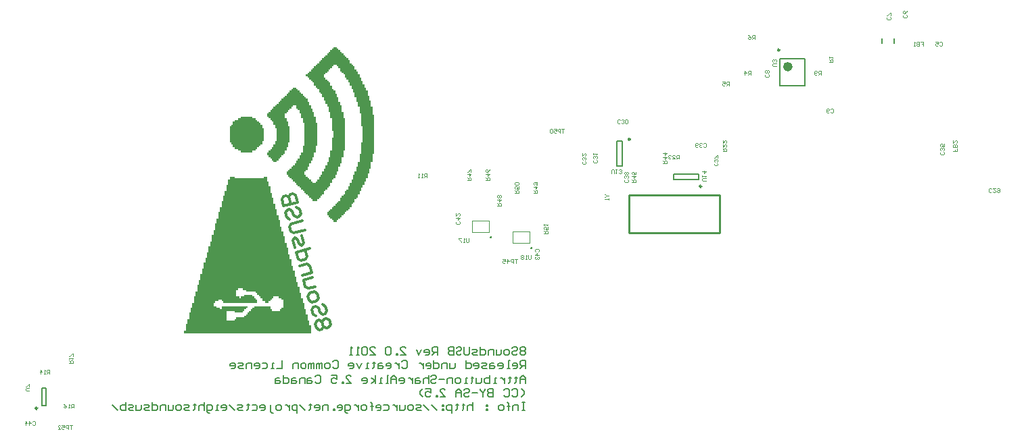
<source format=gbo>
%FSLAX24Y24*%
%MOIN*%
G70*
G01*
G75*
G04 Layer_Color=32896*
%ADD10R,0.0433X0.0394*%
%ADD11R,0.0591X0.1102*%
%ADD12R,0.0394X0.0433*%
%ADD13R,0.0709X0.0256*%
%ADD14R,0.0256X0.0709*%
%ADD15R,0.0256X0.1024*%
%ADD16R,0.1024X0.0256*%
%ADD17R,0.0276X0.0354*%
%ADD18C,0.0394*%
%ADD19R,0.0709X0.0630*%
%ADD20R,0.0354X0.0276*%
%ADD21O,0.0571X0.0098*%
%ADD22R,0.0236X0.0748*%
%ADD23R,0.1220X0.0748*%
%ADD24R,0.0276X0.0394*%
%ADD25R,0.0256X0.0157*%
%ADD26R,0.0591X0.0512*%
%ADD27R,0.0394X0.0276*%
%ADD28R,0.0276X0.0709*%
%ADD29O,0.0748X0.0236*%
%ADD30R,0.0276X0.0177*%
%ADD31R,0.0650X0.0965*%
%ADD32R,0.0177X0.0207*%
%ADD33O,0.0335X0.0118*%
%ADD34O,0.0118X0.0335*%
%ADD35R,0.0984X0.0984*%
%ADD36O,0.0098X0.0256*%
%ADD37O,0.0256X0.0098*%
%ADD38R,0.0276X0.0118*%
%ADD39R,0.0681X0.0728*%
%ADD40O,0.0402X0.0161*%
%ADD41R,0.1102X0.1102*%
%ADD42R,0.0118X0.0118*%
%ADD43R,0.0118X0.0118*%
%ADD44R,0.0866X0.1102*%
%ADD45R,0.1102X0.1102*%
%ADD46R,0.0433X0.0472*%
%ADD47C,0.0080*%
%ADD48C,0.0120*%
%ADD49C,0.0200*%
%ADD50C,0.0250*%
%ADD51C,0.0350*%
%ADD52C,0.0060*%
%ADD53C,0.0500*%
%ADD54C,0.0100*%
%ADD55C,0.0300*%
%ADD56C,0.0705*%
%ADD57C,0.0500*%
%ADD58C,0.1969*%
%ADD59C,0.1299*%
%ADD60C,0.1496*%
%ADD61R,0.0630X0.0630*%
%ADD62C,0.0630*%
%ADD63C,0.0945*%
%ADD64C,0.0200*%
%ADD65C,0.0240*%
%ADD66C,0.0400*%
%ADD67C,0.0260*%
%ADD68C,0.0160*%
%ADD69C,0.0400*%
%ADD70C,0.0750*%
%ADD71C,0.1680*%
%ADD72C,0.0770*%
%ADD73C,0.1581*%
%ADD74C,0.1109*%
%ADD75C,0.1306*%
%ADD76C,0.0762*%
%ADD77C,0.0951*%
%ADD78C,0.1069*%
%ADD79C,0.0520*%
%ADD80C,0.0600*%
%ADD81C,0.0680*%
%ADD82C,0.1778*%
%ADD83C,0.0530*%
%ADD84R,0.2205X0.0827*%
%ADD85R,0.0118X0.0276*%
%ADD86O,0.0138X0.0551*%
%ADD87C,0.0157*%
%ADD88C,0.0098*%
%ADD89C,0.0039*%
%ADD90C,0.0079*%
%ADD91C,0.0020*%
%ADD92C,0.0063*%
%ADD93C,0.0032*%
%ADD94C,0.0059*%
%ADD95R,0.0513X0.0474*%
%ADD96R,0.0671X0.1182*%
%ADD97R,0.0474X0.0513*%
%ADD98R,0.0789X0.0336*%
%ADD99R,0.0336X0.0789*%
%ADD100R,0.0336X0.1104*%
%ADD101R,0.1104X0.0336*%
%ADD102R,0.0356X0.0434*%
%ADD103C,0.0474*%
%ADD104R,0.0789X0.0710*%
%ADD105R,0.0434X0.0356*%
%ADD106O,0.0651X0.0178*%
%ADD107R,0.0316X0.0828*%
%ADD108R,0.1300X0.0828*%
%ADD109R,0.0356X0.0474*%
%ADD110R,0.0336X0.0237*%
%ADD111R,0.0671X0.0592*%
%ADD112R,0.0474X0.0356*%
%ADD113R,0.0356X0.0789*%
%ADD114O,0.0828X0.0316*%
%ADD115R,0.0356X0.0257*%
%ADD116R,0.0730X0.1045*%
%ADD117R,0.0257X0.0287*%
%ADD118O,0.0415X0.0198*%
%ADD119O,0.0198X0.0415*%
%ADD120R,0.1064X0.1064*%
%ADD121O,0.0178X0.0336*%
%ADD122O,0.0336X0.0178*%
%ADD123R,0.0356X0.0198*%
%ADD124R,0.0761X0.0808*%
%ADD125O,0.0482X0.0241*%
%ADD126R,0.1182X0.1182*%
%ADD127R,0.0198X0.0198*%
%ADD128R,0.0198X0.0198*%
%ADD129R,0.0946X0.1182*%
%ADD130R,0.1182X0.1182*%
%ADD131R,0.0513X0.0552*%
%ADD132C,0.0785*%
%ADD133C,0.0080*%
%ADD134C,0.0580*%
%ADD135C,0.2049*%
%ADD136C,0.1379*%
%ADD137C,0.1576*%
%ADD138R,0.0710X0.0710*%
%ADD139C,0.0710*%
%ADD140C,0.1025*%
%ADD141C,0.0320*%
%ADD142C,0.0480*%
%ADD143R,0.2285X0.0907*%
%ADD144R,0.0198X0.0356*%
%ADD145O,0.0218X0.0631*%
%ADD146C,0.0340*%
%ADD147C,0.0236*%
%ADD148C,0.0118*%
G36*
X15467Y26409D02*
X15547D01*
Y26329D01*
X15627D01*
Y26249D01*
X15707D01*
Y26169D01*
X15787D01*
Y26089D01*
X15867D01*
Y26009D01*
X15947D01*
Y25929D01*
X16027D01*
Y25849D01*
X16107D01*
Y25769D01*
Y25689D01*
X16187D01*
Y25609D01*
X16267D01*
Y25529D01*
X16347D01*
Y25449D01*
Y25369D01*
X16427D01*
Y25289D01*
X16507D01*
Y25209D01*
Y25129D01*
X16587D01*
Y25049D01*
Y24969D01*
X16667D01*
Y24889D01*
Y24809D01*
X16747D01*
Y24729D01*
Y24649D01*
X16827D01*
Y24569D01*
Y24489D01*
X16907D01*
Y24409D01*
Y24329D01*
X16987D01*
Y24249D01*
Y24169D01*
Y24089D01*
X17067D01*
Y24009D01*
Y23929D01*
Y23849D01*
X17147D01*
Y23769D01*
Y23689D01*
Y23609D01*
Y23529D01*
X17227D01*
Y23449D01*
Y23369D01*
Y23289D01*
Y23209D01*
Y23129D01*
X17307D01*
Y23049D01*
Y22969D01*
Y22889D01*
Y22809D01*
Y22729D01*
Y22649D01*
Y22569D01*
Y22489D01*
Y22409D01*
Y22329D01*
Y22249D01*
Y22169D01*
Y22089D01*
Y22009D01*
Y21929D01*
Y21849D01*
Y21769D01*
Y21689D01*
Y21609D01*
Y21529D01*
Y21449D01*
Y21369D01*
Y21289D01*
Y21209D01*
X17227D01*
Y21129D01*
Y21049D01*
Y20969D01*
Y20889D01*
Y20809D01*
X17147D01*
Y20729D01*
Y20649D01*
Y20569D01*
Y20489D01*
X17067D01*
Y20409D01*
Y20329D01*
Y20249D01*
X16987D01*
Y20169D01*
Y20089D01*
Y20009D01*
X16907D01*
Y19929D01*
Y19849D01*
X16827D01*
Y19769D01*
Y19689D01*
X16747D01*
Y19609D01*
Y19529D01*
X16667D01*
Y19449D01*
Y19369D01*
X16587D01*
Y19289D01*
Y19209D01*
X16507D01*
Y19129D01*
Y19049D01*
X16427D01*
Y18969D01*
X16347D01*
Y18889D01*
Y18809D01*
X16267D01*
Y18729D01*
X16187D01*
Y18649D01*
Y18569D01*
X16107D01*
Y18489D01*
X16027D01*
Y18409D01*
X15947D01*
Y18329D01*
X15867D01*
Y18249D01*
X15787D01*
Y18169D01*
X15707D01*
Y18089D01*
X15627D01*
Y18009D01*
X15547D01*
Y17929D01*
X15467D01*
Y17849D01*
X15307D01*
Y17929D01*
X15227D01*
Y18009D01*
X15147D01*
Y18089D01*
X15067D01*
Y18169D01*
X14987D01*
Y18249D01*
Y18329D01*
X15067D01*
Y18409D01*
X15147D01*
Y18489D01*
X15227D01*
Y18569D01*
X15307D01*
Y18649D01*
X15387D01*
Y18729D01*
X15467D01*
Y18809D01*
X15547D01*
Y18889D01*
X15627D01*
Y18969D01*
Y19049D01*
X15707D01*
Y19129D01*
X15787D01*
Y19209D01*
X15867D01*
Y19289D01*
Y19369D01*
X15947D01*
Y19449D01*
X16027D01*
Y19529D01*
Y19609D01*
X16107D01*
Y19689D01*
Y19769D01*
X16187D01*
Y19849D01*
Y19929D01*
X16267D01*
Y20009D01*
Y20089D01*
Y20169D01*
X16347D01*
Y20249D01*
Y20329D01*
X16427D01*
Y20409D01*
Y20489D01*
Y20569D01*
X16507D01*
Y20649D01*
Y20729D01*
Y20809D01*
X16587D01*
Y20889D01*
Y20969D01*
Y21049D01*
Y21129D01*
Y21209D01*
X16667D01*
Y21289D01*
Y21369D01*
Y21449D01*
Y21529D01*
Y21609D01*
Y21689D01*
Y21769D01*
X16747D01*
Y21849D01*
Y21929D01*
Y22009D01*
Y22089D01*
Y22169D01*
Y22249D01*
Y22329D01*
Y22409D01*
Y22489D01*
Y22569D01*
X16667D01*
Y22649D01*
Y22729D01*
Y22809D01*
Y22889D01*
Y22969D01*
Y23049D01*
Y23129D01*
Y23209D01*
X16587D01*
Y23289D01*
Y23369D01*
Y23449D01*
Y23529D01*
X16507D01*
Y23609D01*
Y23689D01*
Y23769D01*
X16427D01*
Y23849D01*
Y23929D01*
Y24009D01*
X16347D01*
Y24089D01*
Y24169D01*
Y24249D01*
X16267D01*
Y24329D01*
Y24409D01*
X16187D01*
Y24489D01*
Y24569D01*
X16107D01*
Y24649D01*
Y24729D01*
X16027D01*
Y24809D01*
Y24889D01*
X15947D01*
Y24969D01*
X15867D01*
Y25049D01*
Y25129D01*
X15787D01*
Y25209D01*
X15707D01*
Y25289D01*
X15627D01*
Y25369D01*
Y25449D01*
X15547D01*
Y25529D01*
X15467D01*
Y25609D01*
X15307D01*
Y25529D01*
X15227D01*
Y25449D01*
X15147D01*
Y25369D01*
X15067D01*
Y25289D01*
X14987D01*
Y25209D01*
X14907D01*
Y25129D01*
X14827D01*
Y25049D01*
Y24969D01*
X14907D01*
Y24889D01*
X14987D01*
Y24809D01*
X15067D01*
Y24729D01*
X15147D01*
Y24649D01*
Y24569D01*
X15227D01*
Y24489D01*
Y24409D01*
X15307D01*
Y24329D01*
X15387D01*
Y24249D01*
Y24169D01*
X15467D01*
Y24089D01*
Y24009D01*
X15547D01*
Y23929D01*
Y23849D01*
Y23769D01*
X15627D01*
Y23689D01*
Y23609D01*
X15707D01*
Y23529D01*
Y23449D01*
Y23369D01*
Y23289D01*
X15787D01*
Y23209D01*
Y23129D01*
Y23049D01*
Y22969D01*
X15867D01*
Y22889D01*
Y22809D01*
Y22729D01*
Y22649D01*
Y22569D01*
Y22489D01*
Y22409D01*
Y22329D01*
Y22249D01*
Y22169D01*
Y22089D01*
Y22009D01*
Y21929D01*
Y21849D01*
Y21769D01*
Y21689D01*
Y21609D01*
Y21529D01*
Y21449D01*
Y21369D01*
X15787D01*
Y21289D01*
Y21209D01*
Y21129D01*
Y21049D01*
X15707D01*
Y20969D01*
Y20889D01*
Y20809D01*
Y20729D01*
X15627D01*
Y20649D01*
Y20569D01*
X15547D01*
Y20489D01*
Y20409D01*
Y20329D01*
X15467D01*
Y20249D01*
Y20169D01*
X15387D01*
Y20089D01*
Y20009D01*
X15307D01*
Y19929D01*
X15227D01*
Y19849D01*
Y19769D01*
X15147D01*
Y19689D01*
Y19609D01*
X15067D01*
Y19529D01*
X14987D01*
Y19449D01*
X14907D01*
Y19369D01*
X14827D01*
Y19289D01*
Y19209D01*
X14747D01*
Y19129D01*
X14667D01*
Y19049D01*
X14587D01*
Y18969D01*
X14507D01*
Y18889D01*
X14267D01*
Y18969D01*
X14187D01*
Y19049D01*
X14107D01*
Y19129D01*
X14027D01*
Y19209D01*
X13947D01*
Y19289D01*
X13867D01*
Y19369D01*
X13787D01*
Y19449D01*
X13707D01*
Y19529D01*
X13627D01*
Y19609D01*
X13547D01*
Y19689D01*
X13467D01*
Y19769D01*
X13387D01*
Y19849D01*
X13307D01*
Y19929D01*
X13227D01*
Y20009D01*
X13147D01*
Y20089D01*
X13067D01*
Y20169D01*
X12987D01*
Y20249D01*
Y20329D01*
X13067D01*
Y20409D01*
X13147D01*
Y20489D01*
X13227D01*
Y20569D01*
X13307D01*
Y20649D01*
X13387D01*
Y20729D01*
X13467D01*
Y20809D01*
Y20889D01*
X13547D01*
Y20969D01*
X13627D01*
Y21049D01*
Y21129D01*
X13707D01*
Y21209D01*
Y21289D01*
X13787D01*
Y21369D01*
Y21449D01*
Y21529D01*
Y21609D01*
X13867D01*
Y21689D01*
Y21769D01*
Y21849D01*
Y21929D01*
Y22009D01*
Y22089D01*
Y22169D01*
Y22249D01*
Y22329D01*
Y22409D01*
Y22489D01*
Y22569D01*
Y22649D01*
Y22729D01*
X13787D01*
Y22809D01*
Y22889D01*
Y22969D01*
X13707D01*
Y23049D01*
Y23129D01*
Y23209D01*
X13627D01*
Y23289D01*
Y23369D01*
X13547D01*
Y23449D01*
X13467D01*
Y23529D01*
Y23609D01*
X13307D01*
Y23529D01*
X13227D01*
Y23449D01*
X13147D01*
Y23369D01*
X13067D01*
Y23289D01*
X12987D01*
Y23209D01*
X12907D01*
Y23129D01*
Y23049D01*
Y22969D01*
X12987D01*
Y22889D01*
Y22809D01*
X13067D01*
Y22729D01*
Y22649D01*
Y22569D01*
X13147D01*
Y22489D01*
Y22409D01*
Y22329D01*
Y22249D01*
Y22169D01*
Y22089D01*
Y22009D01*
Y21929D01*
Y21849D01*
Y21769D01*
X13067D01*
Y21689D01*
Y21609D01*
Y21529D01*
X12987D01*
Y21449D01*
Y21369D01*
X12907D01*
Y21289D01*
Y21209D01*
X12827D01*
Y21129D01*
X12747D01*
Y21049D01*
X12667D01*
Y20969D01*
X12587D01*
Y20889D01*
X12507D01*
Y20809D01*
X12347D01*
Y20889D01*
X12267D01*
Y20969D01*
X12187D01*
Y21049D01*
X12107D01*
Y21129D01*
X12027D01*
Y21209D01*
Y21289D01*
X12107D01*
Y21369D01*
X12187D01*
Y21449D01*
X12267D01*
Y21529D01*
X12347D01*
Y21609D01*
Y21689D01*
X12427D01*
Y21769D01*
Y21849D01*
X12507D01*
Y21929D01*
Y22009D01*
Y22089D01*
Y22169D01*
Y22249D01*
Y22329D01*
Y22409D01*
Y22489D01*
X12427D01*
Y22569D01*
Y22649D01*
X12347D01*
Y22729D01*
Y22809D01*
X12267D01*
Y22889D01*
X12187D01*
Y22969D01*
X12107D01*
Y23049D01*
X12027D01*
Y23129D01*
Y23209D01*
X12107D01*
Y23289D01*
X12187D01*
Y23369D01*
X12267D01*
Y23449D01*
X12347D01*
Y23529D01*
X12427D01*
Y23609D01*
X12507D01*
Y23689D01*
X12587D01*
Y23769D01*
X12667D01*
Y23849D01*
X12747D01*
Y23929D01*
X12827D01*
Y24009D01*
X12907D01*
Y24089D01*
X12987D01*
Y24169D01*
X13067D01*
Y24249D01*
X13147D01*
Y24329D01*
X13227D01*
Y24409D01*
X13307D01*
Y24489D01*
X13467D01*
Y24409D01*
X13547D01*
Y24329D01*
X13627D01*
Y24249D01*
X13707D01*
Y24169D01*
X13787D01*
Y24089D01*
X13867D01*
Y24009D01*
X13947D01*
Y23929D01*
X14027D01*
Y23849D01*
Y23769D01*
X14107D01*
Y23689D01*
Y23609D01*
X14187D01*
Y23529D01*
Y23449D01*
X14267D01*
Y23369D01*
Y23289D01*
X14347D01*
Y23209D01*
Y23129D01*
Y23049D01*
X14427D01*
Y22969D01*
Y22889D01*
Y22809D01*
Y22729D01*
X14507D01*
Y22649D01*
Y22569D01*
Y22489D01*
Y22409D01*
Y22329D01*
Y22249D01*
Y22169D01*
Y22089D01*
Y22009D01*
Y21929D01*
Y21849D01*
Y21769D01*
Y21689D01*
Y21609D01*
X14427D01*
Y21529D01*
Y21449D01*
Y21369D01*
Y21289D01*
X14347D01*
Y21209D01*
Y21129D01*
Y21049D01*
X14267D01*
Y20969D01*
Y20889D01*
X14187D01*
Y20809D01*
Y20729D01*
X14107D01*
Y20649D01*
Y20569D01*
X14027D01*
Y20489D01*
Y20409D01*
X13947D01*
Y20329D01*
X13867D01*
Y20249D01*
Y20169D01*
X13947D01*
Y20089D01*
X14027D01*
Y20009D01*
X14107D01*
Y19929D01*
X14187D01*
Y19849D01*
X14267D01*
Y19769D01*
X14427D01*
Y19849D01*
X14507D01*
Y19929D01*
X14587D01*
Y20009D01*
Y20089D01*
X14667D01*
Y20169D01*
X14747D01*
Y20249D01*
Y20329D01*
X14827D01*
Y20409D01*
Y20489D01*
X14907D01*
Y20569D01*
Y20649D01*
X14987D01*
Y20729D01*
Y20809D01*
X15067D01*
Y20889D01*
Y20969D01*
Y21049D01*
X15147D01*
Y21129D01*
Y21209D01*
Y21289D01*
Y21369D01*
X15227D01*
Y21449D01*
Y21529D01*
Y21609D01*
Y21689D01*
Y21769D01*
Y21849D01*
Y21929D01*
Y22009D01*
X15307D01*
Y22089D01*
Y22169D01*
Y22249D01*
Y22329D01*
X15227D01*
Y22409D01*
Y22489D01*
Y22569D01*
Y22649D01*
Y22729D01*
Y22809D01*
Y22889D01*
Y22969D01*
X15147D01*
Y23049D01*
Y23129D01*
Y23209D01*
Y23289D01*
X15067D01*
Y23369D01*
Y23449D01*
Y23529D01*
X14987D01*
Y23609D01*
Y23689D01*
X14907D01*
Y23769D01*
Y23849D01*
X14827D01*
Y23929D01*
Y24009D01*
X14747D01*
Y24089D01*
Y24169D01*
X14667D01*
Y24249D01*
X14587D01*
Y24329D01*
Y24409D01*
X14507D01*
Y24489D01*
X14427D01*
Y24569D01*
X14347D01*
Y24649D01*
Y24729D01*
X14267D01*
Y24809D01*
X14187D01*
Y24889D01*
X14107D01*
Y24969D01*
X14027D01*
Y25049D01*
X13947D01*
Y25129D01*
X14027D01*
Y25209D01*
X14107D01*
Y25289D01*
X14187D01*
Y25369D01*
X14267D01*
Y25449D01*
X14347D01*
Y25529D01*
X14427D01*
Y25609D01*
X14507D01*
Y25689D01*
X14587D01*
Y25769D01*
X14667D01*
Y25849D01*
X14747D01*
Y25929D01*
X14827D01*
Y26009D01*
X14907D01*
Y26089D01*
X14987D01*
Y26169D01*
X15067D01*
Y26249D01*
X15147D01*
Y26329D01*
X15227D01*
Y26409D01*
X15307D01*
Y26489D01*
X15467D01*
Y26409D01*
D02*
G37*
G36*
X12027Y20009D02*
Y19929D01*
Y19849D01*
X12107D01*
Y19769D01*
Y19689D01*
Y19609D01*
X12187D01*
Y19529D01*
Y19449D01*
Y19369D01*
Y19289D01*
X12267D01*
Y19209D01*
Y19129D01*
Y19049D01*
X12347D01*
Y18969D01*
Y18889D01*
Y18809D01*
Y18729D01*
X12427D01*
Y18649D01*
Y18569D01*
Y18489D01*
X12507D01*
Y18409D01*
Y18329D01*
Y18249D01*
Y18169D01*
X12587D01*
Y18089D01*
Y18009D01*
Y17929D01*
X12667D01*
Y17849D01*
Y17769D01*
Y17689D01*
Y17609D01*
X12747D01*
Y17529D01*
Y17449D01*
Y17369D01*
X12827D01*
Y17289D01*
Y17209D01*
Y17129D01*
X12907D01*
Y17049D01*
Y16969D01*
Y16889D01*
Y16809D01*
X12987D01*
Y16729D01*
Y16649D01*
Y16569D01*
X13067D01*
Y16489D01*
Y16409D01*
Y16329D01*
Y16249D01*
X13147D01*
Y16169D01*
Y16089D01*
Y16009D01*
X13227D01*
Y15929D01*
Y15849D01*
Y15769D01*
Y15689D01*
X13307D01*
Y15609D01*
Y15529D01*
Y15449D01*
X13387D01*
Y15369D01*
Y15289D01*
Y15209D01*
Y15129D01*
X13467D01*
Y15049D01*
Y14969D01*
Y14889D01*
X13547D01*
Y14809D01*
Y14729D01*
Y14649D01*
X13627D01*
Y14569D01*
Y14489D01*
Y14409D01*
Y14329D01*
X13707D01*
Y14249D01*
Y14169D01*
Y14089D01*
X13787D01*
Y14009D01*
Y13929D01*
Y13849D01*
X13867D01*
Y13769D01*
Y13689D01*
Y13609D01*
Y13529D01*
X13947D01*
Y13449D01*
Y13369D01*
Y13289D01*
X14027D01*
Y13209D01*
Y13129D01*
Y13049D01*
Y12969D01*
X14107D01*
Y12889D01*
Y12809D01*
Y12729D01*
X14187D01*
Y12649D01*
Y12569D01*
Y12489D01*
Y12409D01*
Y12329D01*
X7947D01*
Y12409D01*
Y12489D01*
X8027D01*
Y12569D01*
Y12649D01*
Y12729D01*
Y12809D01*
X8107D01*
Y12889D01*
Y12969D01*
Y13049D01*
X8187D01*
Y13129D01*
Y13209D01*
Y13289D01*
Y13369D01*
X8267D01*
Y13449D01*
Y13529D01*
Y13609D01*
X8347D01*
Y13689D01*
Y13769D01*
Y13849D01*
X8427D01*
Y13929D01*
Y14009D01*
Y14089D01*
Y14169D01*
X8507D01*
Y14249D01*
Y14329D01*
Y14409D01*
X8587D01*
Y14489D01*
Y14569D01*
Y14649D01*
Y14729D01*
X8667D01*
Y14809D01*
Y14889D01*
Y14969D01*
X8747D01*
Y15049D01*
Y15129D01*
Y15209D01*
Y15289D01*
X8827D01*
Y15369D01*
Y15449D01*
Y15529D01*
X8907D01*
Y15609D01*
Y15689D01*
Y15769D01*
Y15849D01*
X8987D01*
Y15929D01*
Y16009D01*
Y16089D01*
X9067D01*
Y16169D01*
Y16249D01*
Y16329D01*
X9147D01*
Y16409D01*
Y16489D01*
Y16569D01*
Y16649D01*
X9227D01*
Y16729D01*
Y16809D01*
Y16889D01*
X9307D01*
Y16969D01*
Y17049D01*
Y17129D01*
Y17209D01*
X9387D01*
Y17289D01*
Y17369D01*
Y17449D01*
X9467D01*
Y17529D01*
Y17609D01*
Y17689D01*
Y17769D01*
X9547D01*
Y17849D01*
Y17929D01*
Y18009D01*
X9627D01*
Y18089D01*
Y18169D01*
Y18249D01*
Y18329D01*
X9707D01*
Y18409D01*
Y18489D01*
Y18569D01*
X9787D01*
Y18649D01*
Y18729D01*
Y18809D01*
Y18889D01*
X9867D01*
Y18969D01*
Y19049D01*
Y19129D01*
X9947D01*
Y19209D01*
Y19289D01*
Y19369D01*
X10027D01*
Y19449D01*
Y19529D01*
Y19609D01*
Y19689D01*
X10107D01*
Y19769D01*
Y19849D01*
Y19929D01*
X10187D01*
Y20009D01*
Y20089D01*
X10427D01*
Y20009D01*
X11867D01*
Y20089D01*
X12027D01*
Y20009D01*
D02*
G37*
G36*
X11307Y22969D02*
X11467D01*
Y22889D01*
X11547D01*
Y22809D01*
X11627D01*
Y22729D01*
X11707D01*
Y22649D01*
X11787D01*
Y22569D01*
Y22489D01*
X11867D01*
Y22409D01*
Y22329D01*
Y22249D01*
Y22169D01*
Y22089D01*
Y22009D01*
Y21929D01*
Y21849D01*
X11787D01*
Y21769D01*
Y21689D01*
X11707D01*
Y21609D01*
X11627D01*
Y21529D01*
X11547D01*
Y21449D01*
X11467D01*
Y21369D01*
X11307D01*
Y21289D01*
X10747D01*
Y21369D01*
X10587D01*
Y21449D01*
X10427D01*
Y21529D01*
X10347D01*
Y21609D01*
Y21689D01*
X10267D01*
Y21769D01*
X10187D01*
Y21849D01*
Y21929D01*
Y22009D01*
Y22089D01*
Y22169D01*
Y22249D01*
Y22329D01*
Y22409D01*
Y22489D01*
Y22569D01*
X10267D01*
Y22649D01*
X10347D01*
Y22729D01*
Y22809D01*
X10427D01*
Y22889D01*
X10587D01*
Y22969D01*
X10747D01*
Y23049D01*
X11307D01*
Y22969D01*
D02*
G37*
%LPC*%
G36*
X10827Y14569D02*
X10587D01*
Y14489D01*
X10507D01*
Y14409D01*
Y14329D01*
Y14249D01*
Y14169D01*
X10667D01*
Y14089D01*
X10747D01*
Y14169D01*
X10907D01*
Y14249D01*
X11307D01*
Y14169D01*
X11387D01*
Y14089D01*
X11467D01*
Y14009D01*
X11547D01*
Y13929D01*
Y13849D01*
X9867D01*
Y13929D01*
X9787D01*
Y14009D01*
X9627D01*
Y13929D01*
X9467D01*
Y13849D01*
X9387D01*
Y13769D01*
Y13689D01*
X9547D01*
Y13609D01*
X9707D01*
Y13529D01*
X9787D01*
Y13609D01*
Y13689D01*
X11067D01*
Y13609D01*
X10987D01*
Y13529D01*
X10907D01*
Y13449D01*
X10827D01*
Y13369D01*
X10427D01*
Y13449D01*
X10027D01*
Y13369D01*
Y13289D01*
Y13209D01*
Y13129D01*
Y13049D01*
Y12969D01*
X10427D01*
Y13049D01*
X10507D01*
Y13129D01*
X10907D01*
Y13209D01*
X10987D01*
Y13289D01*
X11067D01*
Y13369D01*
X11147D01*
Y13449D01*
X11227D01*
Y13529D01*
X11307D01*
Y13609D01*
X11387D01*
Y13689D01*
X12187D01*
Y13609D01*
Y13529D01*
X12267D01*
Y13449D01*
X12667D01*
Y13529D01*
X12747D01*
Y13609D01*
X12827D01*
Y13689D01*
Y13769D01*
Y13849D01*
Y13929D01*
Y14009D01*
X12747D01*
Y14089D01*
X12587D01*
Y14169D01*
X12347D01*
Y14089D01*
X12267D01*
Y14009D01*
X12187D01*
Y13929D01*
X12107D01*
Y13849D01*
X11947D01*
Y13929D01*
X11787D01*
Y14009D01*
Y14089D01*
X11707D01*
Y14169D01*
X11627D01*
Y14249D01*
X11547D01*
Y14329D01*
X11467D01*
Y14409D01*
X10987D01*
Y14489D01*
X10827D01*
Y14569D01*
D02*
G37*
%LPD*%
D54*
X25057Y16557D02*
G03*
X25057Y16557I-20J0D01*
G01*
X23067Y17094D02*
G03*
X23067Y17094I-20J0D01*
G01*
X34344Y17325D02*
Y19175D01*
X29856Y17325D02*
Y19175D01*
Y19185D02*
X34344D01*
X29856Y17325D02*
X34334D01*
D88*
X711Y8649D02*
G03*
X711Y8649I-49J0D01*
G01*
X33441Y19604D02*
G03*
X33441Y19604I-49J0D01*
G01*
X37290Y26342D02*
G03*
X37290Y26342I-49J0D01*
G01*
X29927Y21936D02*
G03*
X29927Y21936I-49J0D01*
G01*
D89*
X24131Y16813D02*
X24958D01*
X24131Y17384D02*
X24958D01*
X24131Y16823D02*
Y17384D01*
X24958Y16813D02*
Y17384D01*
X22142Y17350D02*
X22969D01*
X22142Y17921D02*
X22969D01*
X22142Y17360D02*
Y17921D01*
X22969Y17350D02*
Y17921D01*
D90*
X1134Y8767D02*
Y9634D01*
X937Y8767D02*
Y9634D01*
X1134D01*
X937Y8767D02*
X1134D01*
X32063Y20214D02*
X33284D01*
X32063Y19938D02*
X33284D01*
X32063D02*
Y20214D01*
X33284Y19938D02*
Y20214D01*
X42319Y26690D02*
Y26926D01*
X42949Y26690D02*
Y26926D01*
X37299Y25909D02*
X38520D01*
X37299Y24571D02*
X38520D01*
X37299D02*
Y25909D01*
X38520Y24571D02*
Y25909D01*
X29268Y21828D02*
X29543D01*
X29268Y20608D02*
X29543D01*
Y21828D01*
X29268Y20608D02*
Y21828D01*
D92*
X24774Y10610D02*
Y11004D01*
X24577D01*
X24511Y10938D01*
Y10807D01*
X24577Y10741D01*
X24774D01*
X24642D02*
X24511Y10610D01*
X24183D02*
X24314D01*
X24380Y10676D01*
Y10807D01*
X24314Y10873D01*
X24183D01*
X24118Y10807D01*
Y10741D01*
X24380D01*
X23986Y10610D02*
X23855D01*
X23921D01*
Y11004D01*
X23986D01*
X23462Y10610D02*
X23593D01*
X23658Y10676D01*
Y10807D01*
X23593Y10873D01*
X23462D01*
X23396Y10807D01*
Y10741D01*
X23658D01*
X23199Y10873D02*
X23068D01*
X23003Y10807D01*
Y10610D01*
X23199D01*
X23265Y10676D01*
X23199Y10741D01*
X23003D01*
X22871Y10610D02*
X22675D01*
X22609Y10676D01*
X22675Y10741D01*
X22806D01*
X22871Y10807D01*
X22806Y10873D01*
X22609D01*
X22281Y10610D02*
X22412D01*
X22478Y10676D01*
Y10807D01*
X22412Y10873D01*
X22281D01*
X22215Y10807D01*
Y10741D01*
X22478D01*
X21822Y11004D02*
Y10610D01*
X22019D01*
X22084Y10676D01*
Y10807D01*
X22019Y10873D01*
X21822D01*
X21297D02*
Y10676D01*
X21231Y10610D01*
X21035D01*
Y10873D01*
X20903Y10610D02*
Y10873D01*
X20707D01*
X20641Y10807D01*
Y10610D01*
X20248Y11004D02*
Y10610D01*
X20444D01*
X20510Y10676D01*
Y10807D01*
X20444Y10873D01*
X20248D01*
X19920Y10610D02*
X20051D01*
X20116Y10676D01*
Y10807D01*
X20051Y10873D01*
X19920D01*
X19854Y10807D01*
Y10741D01*
X20116D01*
X19723Y10873D02*
Y10610D01*
Y10741D01*
X19657Y10807D01*
X19592Y10873D01*
X19526D01*
X18673Y10938D02*
X18739Y11004D01*
X18870D01*
X18936Y10938D01*
Y10676D01*
X18870Y10610D01*
X18739D01*
X18673Y10676D01*
X18542Y10873D02*
Y10610D01*
Y10741D01*
X18476Y10807D01*
X18411Y10873D01*
X18345D01*
X17952Y10610D02*
X18083D01*
X18148Y10676D01*
Y10807D01*
X18083Y10873D01*
X17952D01*
X17886Y10807D01*
Y10741D01*
X18148D01*
X17689Y10873D02*
X17558D01*
X17493Y10807D01*
Y10610D01*
X17689D01*
X17755Y10676D01*
X17689Y10741D01*
X17493D01*
X17296Y10938D02*
Y10873D01*
X17361D01*
X17230D01*
X17296D01*
Y10676D01*
X17230Y10610D01*
X17033D02*
X16902D01*
X16968D01*
Y10873D01*
X17033D01*
X16705D02*
X16574Y10610D01*
X16443Y10873D01*
X16115Y10610D02*
X16246D01*
X16312Y10676D01*
Y10807D01*
X16246Y10873D01*
X16115D01*
X16049Y10807D01*
Y10741D01*
X16312D01*
X15262Y10938D02*
X15328Y11004D01*
X15459D01*
X15525Y10938D01*
Y10676D01*
X15459Y10610D01*
X15328D01*
X15262Y10676D01*
X15065Y10610D02*
X14934D01*
X14869Y10676D01*
Y10807D01*
X14934Y10873D01*
X15065D01*
X15131Y10807D01*
Y10676D01*
X15065Y10610D01*
X14737D02*
Y10873D01*
X14672D01*
X14606Y10807D01*
Y10610D01*
Y10807D01*
X14541Y10873D01*
X14475Y10807D01*
Y10610D01*
X14344D02*
Y10873D01*
X14278D01*
X14213Y10807D01*
Y10610D01*
Y10807D01*
X14147Y10873D01*
X14082Y10807D01*
Y10610D01*
X13885D02*
X13754D01*
X13688Y10676D01*
Y10807D01*
X13754Y10873D01*
X13885D01*
X13950Y10807D01*
Y10676D01*
X13885Y10610D01*
X13557D02*
Y10873D01*
X13360D01*
X13294Y10807D01*
Y10610D01*
X12770Y11004D02*
Y10610D01*
X12507D01*
X12376D02*
X12245D01*
X12310D01*
Y10873D01*
X12376D01*
X11786D02*
X11982D01*
X12048Y10807D01*
Y10676D01*
X11982Y10610D01*
X11786D01*
X11458D02*
X11589D01*
X11654Y10676D01*
Y10807D01*
X11589Y10873D01*
X11458D01*
X11392Y10807D01*
Y10741D01*
X11654D01*
X11261Y10610D02*
Y10873D01*
X11064D01*
X10999Y10807D01*
Y10610D01*
X10867D02*
X10671D01*
X10605Y10676D01*
X10671Y10741D01*
X10802D01*
X10867Y10807D01*
X10802Y10873D01*
X10605D01*
X10277Y10610D02*
X10408D01*
X10474Y10676D01*
Y10807D01*
X10408Y10873D01*
X10277D01*
X10211Y10807D01*
Y10741D01*
X10474D01*
X24554Y9213D02*
X24685Y9344D01*
Y9475D01*
X24554Y9606D01*
X24095Y9541D02*
X24160Y9606D01*
X24291D01*
X24357Y9541D01*
Y9278D01*
X24291Y9213D01*
X24160D01*
X24095Y9278D01*
X23701Y9541D02*
X23767Y9606D01*
X23898D01*
X23963Y9541D01*
Y9278D01*
X23898Y9213D01*
X23767D01*
X23701Y9278D01*
X23176Y9606D02*
Y9213D01*
X22980D01*
X22914Y9278D01*
Y9344D01*
X22980Y9409D01*
X23176D01*
X22980D01*
X22914Y9475D01*
Y9541D01*
X22980Y9606D01*
X23176D01*
X22783D02*
Y9541D01*
X22652Y9409D01*
X22520Y9541D01*
Y9606D01*
X22652Y9409D02*
Y9213D01*
X22389Y9409D02*
X22127D01*
X21733Y9541D02*
X21799Y9606D01*
X21930D01*
X21996Y9541D01*
Y9475D01*
X21930Y9409D01*
X21799D01*
X21733Y9344D01*
Y9278D01*
X21799Y9213D01*
X21930D01*
X21996Y9278D01*
X21602Y9213D02*
Y9475D01*
X21471Y9606D01*
X21340Y9475D01*
Y9213D01*
Y9409D01*
X21602D01*
X20553Y9213D02*
X20815D01*
X20553Y9475D01*
Y9541D01*
X20618Y9606D01*
X20749D01*
X20815Y9541D01*
X20421Y9213D02*
Y9278D01*
X20356D01*
Y9213D01*
X20421D01*
X19831Y9606D02*
X20093D01*
Y9409D01*
X19962Y9475D01*
X19897D01*
X19831Y9409D01*
Y9278D01*
X19897Y9213D01*
X20028D01*
X20093Y9278D01*
X19700Y9213D02*
X19569Y9344D01*
Y9475D01*
X19700Y9606D01*
X24774Y9892D02*
Y10154D01*
X24642Y10285D01*
X24511Y10154D01*
Y9892D01*
Y10089D01*
X24774D01*
X24314Y10220D02*
Y10154D01*
X24380D01*
X24249D01*
X24314D01*
Y9957D01*
X24249Y9892D01*
X23986Y10220D02*
Y10154D01*
X24052D01*
X23921D01*
X23986D01*
Y9957D01*
X23921Y9892D01*
X23724Y10154D02*
Y9892D01*
Y10023D01*
X23658Y10089D01*
X23593Y10154D01*
X23527D01*
X23331Y9892D02*
X23199D01*
X23265D01*
Y10154D01*
X23331D01*
X23003Y10285D02*
Y9892D01*
X22806D01*
X22740Y9957D01*
Y10023D01*
Y10089D01*
X22806Y10154D01*
X23003D01*
X22609D02*
Y9957D01*
X22543Y9892D01*
X22347D01*
Y10154D01*
X22150Y10220D02*
Y10154D01*
X22215D01*
X22084D01*
X22150D01*
Y9957D01*
X22084Y9892D01*
X21887D02*
X21756D01*
X21822D01*
Y10154D01*
X21887D01*
X21494Y9892D02*
X21363D01*
X21297Y9957D01*
Y10089D01*
X21363Y10154D01*
X21494D01*
X21559Y10089D01*
Y9957D01*
X21494Y9892D01*
X21166D02*
Y10154D01*
X20969D01*
X20903Y10089D01*
Y9892D01*
X20772Y10089D02*
X20510D01*
X20116Y10220D02*
X20182Y10285D01*
X20313D01*
X20379Y10220D01*
Y10154D01*
X20313Y10089D01*
X20182D01*
X20116Y10023D01*
Y9957D01*
X20182Y9892D01*
X20313D01*
X20379Y9957D01*
X19985Y10285D02*
Y9892D01*
Y10089D01*
X19920Y10154D01*
X19788D01*
X19723Y10089D01*
Y9892D01*
X19526Y10154D02*
X19395D01*
X19329Y10089D01*
Y9892D01*
X19526D01*
X19592Y9957D01*
X19526Y10023D01*
X19329D01*
X19198Y10154D02*
Y9892D01*
Y10023D01*
X19132Y10089D01*
X19067Y10154D01*
X19001D01*
X18608Y9892D02*
X18739D01*
X18804Y9957D01*
Y10089D01*
X18739Y10154D01*
X18608D01*
X18542Y10089D01*
Y10023D01*
X18804D01*
X18411Y9892D02*
Y10154D01*
X18280Y10285D01*
X18148Y10154D01*
Y9892D01*
Y10089D01*
X18411D01*
X18017Y9892D02*
X17886D01*
X17952D01*
Y10285D01*
X18017D01*
X17689Y9892D02*
X17558D01*
X17624D01*
Y10154D01*
X17689D01*
X17361Y9892D02*
Y10285D01*
Y10023D02*
X17165Y10154D01*
X17361Y10023D02*
X17165Y9892D01*
X16771D02*
X16902D01*
X16968Y9957D01*
Y10089D01*
X16902Y10154D01*
X16771D01*
X16705Y10089D01*
Y10023D01*
X16968D01*
X15918Y9892D02*
X16181D01*
X15918Y10154D01*
Y10220D01*
X15984Y10285D01*
X16115D01*
X16181Y10220D01*
X15787Y9892D02*
Y9957D01*
X15721D01*
Y9892D01*
X15787D01*
X15197Y10285D02*
X15459D01*
Y10089D01*
X15328Y10154D01*
X15262D01*
X15197Y10089D01*
Y9957D01*
X15262Y9892D01*
X15393D01*
X15459Y9957D01*
X14410Y10220D02*
X14475Y10285D01*
X14606D01*
X14672Y10220D01*
Y9957D01*
X14606Y9892D01*
X14475D01*
X14410Y9957D01*
X14213Y10154D02*
X14082D01*
X14016Y10089D01*
Y9892D01*
X14213D01*
X14278Y9957D01*
X14213Y10023D01*
X14016D01*
X13885Y9892D02*
Y10154D01*
X13688D01*
X13622Y10089D01*
Y9892D01*
X13426Y10154D02*
X13294D01*
X13229Y10089D01*
Y9892D01*
X13426D01*
X13491Y9957D01*
X13426Y10023D01*
X13229D01*
X12835Y10285D02*
Y9892D01*
X13032D01*
X13098Y9957D01*
Y10089D01*
X13032Y10154D01*
X12835D01*
X12638D02*
X12507D01*
X12442Y10089D01*
Y9892D01*
X12638D01*
X12704Y9957D01*
X12638Y10023D01*
X12442D01*
X24734Y8937D02*
X24603D01*
X24669D01*
Y8543D01*
X24734D01*
X24603D01*
X24406D02*
Y8806D01*
X24209D01*
X24144Y8740D01*
Y8543D01*
X23947D02*
Y8871D01*
Y8740D01*
X24013D01*
X23882D01*
X23947D01*
Y8871D01*
X23882Y8937D01*
X23619Y8543D02*
X23488D01*
X23422Y8609D01*
Y8740D01*
X23488Y8806D01*
X23619D01*
X23685Y8740D01*
Y8609D01*
X23619Y8543D01*
X22898Y8806D02*
X22832D01*
Y8740D01*
X22898D01*
Y8806D01*
Y8609D02*
X22832D01*
Y8543D01*
X22898D01*
Y8609D01*
X22176Y8937D02*
Y8543D01*
Y8740D01*
X22110Y8806D01*
X21979D01*
X21914Y8740D01*
Y8543D01*
X21717Y8871D02*
Y8806D01*
X21782D01*
X21651D01*
X21717D01*
Y8609D01*
X21651Y8543D01*
X21389Y8871D02*
Y8806D01*
X21454D01*
X21323D01*
X21389D01*
Y8609D01*
X21323Y8543D01*
X21126Y8412D02*
Y8806D01*
X20930D01*
X20864Y8740D01*
Y8609D01*
X20930Y8543D01*
X21126D01*
X20733Y8806D02*
X20667D01*
Y8740D01*
X20733D01*
Y8806D01*
Y8609D02*
X20667D01*
Y8543D01*
X20733D01*
Y8609D01*
X20405Y8543D02*
X20143Y8806D01*
X20011Y8543D02*
X19749Y8806D01*
X19618Y8543D02*
X19421D01*
X19355Y8609D01*
X19421Y8674D01*
X19552D01*
X19618Y8740D01*
X19552Y8806D01*
X19355D01*
X19159Y8543D02*
X19027D01*
X18962Y8609D01*
Y8740D01*
X19027Y8806D01*
X19159D01*
X19224Y8740D01*
Y8609D01*
X19159Y8543D01*
X18831Y8806D02*
Y8609D01*
X18765Y8543D01*
X18568D01*
Y8806D01*
X18437D02*
Y8543D01*
Y8674D01*
X18371Y8740D01*
X18306Y8806D01*
X18240D01*
X17781D02*
X17978D01*
X18044Y8740D01*
Y8609D01*
X17978Y8543D01*
X17781D01*
X17453D02*
X17584D01*
X17650Y8609D01*
Y8740D01*
X17584Y8806D01*
X17453D01*
X17388Y8740D01*
Y8674D01*
X17650D01*
X17191Y8543D02*
Y8871D01*
Y8740D01*
X17256D01*
X17125D01*
X17191D01*
Y8871D01*
X17125Y8937D01*
X16863Y8543D02*
X16732D01*
X16666Y8609D01*
Y8740D01*
X16732Y8806D01*
X16863D01*
X16928Y8740D01*
Y8609D01*
X16863Y8543D01*
X16535Y8806D02*
Y8543D01*
Y8674D01*
X16469Y8740D01*
X16404Y8806D01*
X16338D01*
X16010Y8412D02*
X15944D01*
X15879Y8478D01*
Y8806D01*
X16076D01*
X16141Y8740D01*
Y8609D01*
X16076Y8543D01*
X15879D01*
X15551D02*
X15682D01*
X15748Y8609D01*
Y8740D01*
X15682Y8806D01*
X15551D01*
X15485Y8740D01*
Y8674D01*
X15748D01*
X15354Y8543D02*
Y8609D01*
X15288D01*
Y8543D01*
X15354D01*
X15026D02*
Y8806D01*
X14829D01*
X14764Y8740D01*
Y8543D01*
X14436D02*
X14567D01*
X14633Y8609D01*
Y8740D01*
X14567Y8806D01*
X14436D01*
X14370Y8740D01*
Y8674D01*
X14633D01*
X14173Y8871D02*
Y8806D01*
X14239D01*
X14108D01*
X14173D01*
Y8609D01*
X14108Y8543D01*
X13911D02*
X13649Y8806D01*
X13517Y8412D02*
Y8806D01*
X13321D01*
X13255Y8740D01*
Y8609D01*
X13321Y8543D01*
X13517D01*
X13124Y8806D02*
Y8543D01*
Y8674D01*
X13058Y8740D01*
X12993Y8806D01*
X12927D01*
X12665Y8543D02*
X12533D01*
X12468Y8609D01*
Y8740D01*
X12533Y8806D01*
X12665D01*
X12730Y8740D01*
Y8609D01*
X12665Y8543D01*
X12337Y8412D02*
X12271D01*
X12205Y8478D01*
Y8806D01*
X11746Y8543D02*
X11877D01*
X11943Y8609D01*
Y8740D01*
X11877Y8806D01*
X11746D01*
X11681Y8740D01*
Y8674D01*
X11943D01*
X11287Y8806D02*
X11484D01*
X11550Y8740D01*
Y8609D01*
X11484Y8543D01*
X11287D01*
X11090Y8871D02*
Y8806D01*
X11156D01*
X11025D01*
X11090D01*
Y8609D01*
X11025Y8543D01*
X10828D02*
X10631D01*
X10566Y8609D01*
X10631Y8674D01*
X10762D01*
X10828Y8740D01*
X10762Y8806D01*
X10566D01*
X10434Y8543D02*
X10172Y8806D01*
X9844Y8543D02*
X9975D01*
X10041Y8609D01*
Y8740D01*
X9975Y8806D01*
X9844D01*
X9778Y8740D01*
Y8674D01*
X10041D01*
X9647Y8543D02*
X9516D01*
X9582D01*
Y8806D01*
X9647D01*
X9188Y8412D02*
X9122D01*
X9057Y8478D01*
Y8806D01*
X9254D01*
X9319Y8740D01*
Y8609D01*
X9254Y8543D01*
X9057D01*
X8926Y8937D02*
Y8543D01*
Y8740D01*
X8860Y8806D01*
X8729D01*
X8663Y8740D01*
Y8543D01*
X8467Y8871D02*
Y8806D01*
X8532D01*
X8401D01*
X8467D01*
Y8609D01*
X8401Y8543D01*
X8204D02*
X8007D01*
X7942Y8609D01*
X8007Y8674D01*
X8139D01*
X8204Y8740D01*
X8139Y8806D01*
X7942D01*
X7745Y8543D02*
X7614D01*
X7548Y8609D01*
Y8740D01*
X7614Y8806D01*
X7745D01*
X7811Y8740D01*
Y8609D01*
X7745Y8543D01*
X7417Y8806D02*
Y8609D01*
X7351Y8543D01*
X7155D01*
Y8806D01*
X7023Y8543D02*
Y8806D01*
X6827D01*
X6761Y8740D01*
Y8543D01*
X6367Y8937D02*
Y8543D01*
X6564D01*
X6630Y8609D01*
Y8740D01*
X6564Y8806D01*
X6367D01*
X6236Y8543D02*
X6039D01*
X5974Y8609D01*
X6039Y8674D01*
X6171D01*
X6236Y8740D01*
X6171Y8806D01*
X5974D01*
X5843D02*
Y8609D01*
X5777Y8543D01*
X5580D01*
Y8806D01*
X5449Y8543D02*
X5252D01*
X5187Y8609D01*
X5252Y8674D01*
X5384D01*
X5449Y8740D01*
X5384Y8806D01*
X5187D01*
X5056Y8937D02*
Y8543D01*
X4859D01*
X4793Y8609D01*
Y8674D01*
Y8740D01*
X4859Y8806D01*
X5056D01*
X4662Y8543D02*
X4400Y8806D01*
X24764Y11598D02*
X24698Y11663D01*
X24567D01*
X24501Y11598D01*
Y11532D01*
X24567Y11466D01*
X24501Y11401D01*
Y11335D01*
X24567Y11270D01*
X24698D01*
X24764Y11335D01*
Y11401D01*
X24698Y11466D01*
X24764Y11532D01*
Y11598D01*
X24698Y11466D02*
X24567D01*
X24108Y11598D02*
X24173Y11663D01*
X24305D01*
X24370Y11598D01*
Y11532D01*
X24305Y11466D01*
X24173D01*
X24108Y11401D01*
Y11335D01*
X24173Y11270D01*
X24305D01*
X24370Y11335D01*
X23911Y11270D02*
X23780D01*
X23714Y11335D01*
Y11466D01*
X23780Y11532D01*
X23911D01*
X23977Y11466D01*
Y11335D01*
X23911Y11270D01*
X23583Y11532D02*
Y11335D01*
X23517Y11270D01*
X23321D01*
Y11532D01*
X23189Y11270D02*
Y11532D01*
X22993D01*
X22927Y11466D01*
Y11270D01*
X22534Y11663D02*
Y11270D01*
X22730D01*
X22796Y11335D01*
Y11466D01*
X22730Y11532D01*
X22534D01*
X22402Y11270D02*
X22206D01*
X22140Y11335D01*
X22206Y11401D01*
X22337D01*
X22402Y11466D01*
X22337Y11532D01*
X22140D01*
X22009Y11663D02*
Y11335D01*
X21943Y11270D01*
X21812D01*
X21746Y11335D01*
Y11663D01*
X21353Y11598D02*
X21418Y11663D01*
X21550D01*
X21615Y11598D01*
Y11532D01*
X21550Y11466D01*
X21418D01*
X21353Y11401D01*
Y11335D01*
X21418Y11270D01*
X21550D01*
X21615Y11335D01*
X21222Y11663D02*
Y11270D01*
X21025D01*
X20959Y11335D01*
Y11401D01*
X21025Y11466D01*
X21222D01*
X21025D01*
X20959Y11532D01*
Y11598D01*
X21025Y11663D01*
X21222D01*
X20434Y11270D02*
Y11663D01*
X20238D01*
X20172Y11598D01*
Y11466D01*
X20238Y11401D01*
X20434D01*
X20303D02*
X20172Y11270D01*
X19844D02*
X19975D01*
X20041Y11335D01*
Y11466D01*
X19975Y11532D01*
X19844D01*
X19779Y11466D01*
Y11401D01*
X20041D01*
X19647Y11532D02*
X19516Y11270D01*
X19385Y11532D01*
X18598Y11270D02*
X18860D01*
X18598Y11532D01*
Y11598D01*
X18663Y11663D01*
X18795D01*
X18860Y11598D01*
X18467Y11270D02*
Y11335D01*
X18401D01*
Y11270D01*
X18467D01*
X18139Y11598D02*
X18073Y11663D01*
X17942D01*
X17876Y11598D01*
Y11335D01*
X17942Y11270D01*
X18073D01*
X18139Y11335D01*
Y11598D01*
X17089Y11270D02*
X17351D01*
X17089Y11532D01*
Y11598D01*
X17155Y11663D01*
X17286D01*
X17351Y11598D01*
X16958D02*
X16892Y11663D01*
X16761D01*
X16696Y11598D01*
Y11335D01*
X16761Y11270D01*
X16892D01*
X16958Y11335D01*
Y11598D01*
X16564Y11270D02*
X16433D01*
X16499D01*
Y11663D01*
X16564Y11598D01*
X16236Y11270D02*
X16105D01*
X16171D01*
Y11663D01*
X16236Y11598D01*
D93*
X28658Y19205D02*
X28691D01*
X28757Y19139D01*
X28691Y19074D01*
X28658D01*
X28757Y19139D02*
X28855D01*
Y19008D02*
Y18943D01*
Y18975D01*
X28658D01*
X28691Y19008D01*
X25020Y16217D02*
Y16053D01*
X24987Y16020D01*
X24922D01*
X24889Y16053D01*
Y16217D01*
X24823Y16020D02*
X24758D01*
X24790D01*
Y16217D01*
X24823Y16184D01*
X24659D02*
X24626Y16217D01*
X24561D01*
X24528Y16184D01*
Y16151D01*
X24561Y16118D01*
X24528Y16086D01*
Y16053D01*
X24561Y16020D01*
X24626D01*
X24659Y16053D01*
Y16086D01*
X24626Y16118D01*
X24659Y16151D01*
Y16184D01*
X24626Y16118D02*
X24561D01*
X21965Y17045D02*
Y16881D01*
X21932Y16848D01*
X21866D01*
X21834Y16881D01*
Y17045D01*
X21768Y16848D02*
X21702D01*
X21735D01*
Y17045D01*
X21768Y17012D01*
X21604Y17045D02*
X21473D01*
Y17012D01*
X21604Y16881D01*
Y16848D01*
X45180Y26697D02*
X45213Y26730D01*
X45278D01*
X45311Y26697D01*
Y26566D01*
X45278Y26533D01*
X45213D01*
X45180Y26566D01*
X44983Y26730D02*
X45114D01*
Y26631D01*
X45049Y26664D01*
X45016D01*
X44983Y26631D01*
Y26566D01*
X45016Y26533D01*
X45082D01*
X45114Y26566D01*
X43546Y28081D02*
X43579Y28048D01*
Y27983D01*
X43546Y27950D01*
X43415D01*
X43382Y27983D01*
Y28048D01*
X43415Y28081D01*
X43579Y28278D02*
X43546Y28212D01*
X43480Y28147D01*
X43415D01*
X43382Y28180D01*
Y28245D01*
X43415Y28278D01*
X43448D01*
X43480Y28245D01*
Y28147D01*
X42719Y27963D02*
X42752Y27930D01*
Y27865D01*
X42719Y27832D01*
X42588D01*
X42555Y27865D01*
Y27930D01*
X42588Y27963D01*
X42752Y28029D02*
Y28160D01*
X42719D01*
X42588Y28029D01*
X42555D01*
X36735Y25135D02*
X36768Y25102D01*
Y25036D01*
X36735Y25004D01*
X36604D01*
X36571Y25036D01*
Y25102D01*
X36604Y25135D01*
X36735Y25200D02*
X36768Y25233D01*
Y25299D01*
X36735Y25332D01*
X36702D01*
X36669Y25299D01*
X36637Y25332D01*
X36604D01*
X36571Y25299D01*
Y25233D01*
X36604Y25200D01*
X36637D01*
X36669Y25233D01*
X36702Y25200D01*
X36735D01*
X36669Y25233D02*
Y25299D01*
X39799Y23394D02*
X39832Y23427D01*
X39897D01*
X39930Y23394D01*
Y23263D01*
X39897Y23230D01*
X39832D01*
X39799Y23263D01*
X39733D02*
X39700Y23230D01*
X39635D01*
X39602Y23263D01*
Y23394D01*
X39635Y23427D01*
X39700D01*
X39733Y23394D01*
Y23361D01*
X39700Y23328D01*
X39602D01*
X47726Y19357D02*
X47693Y19324D01*
X47627D01*
X47594Y19357D01*
Y19488D01*
X47627Y19521D01*
X47693D01*
X47726Y19488D01*
X47922Y19521D02*
X47791D01*
X47922Y19389D01*
Y19357D01*
X47890Y19324D01*
X47824D01*
X47791Y19357D01*
X47988Y19488D02*
X48021Y19521D01*
X48086D01*
X48119Y19488D01*
Y19357D01*
X48086Y19324D01*
X48021D01*
X47988Y19357D01*
Y19389D01*
X48021Y19422D01*
X48119D01*
X29419Y22737D02*
X29387Y22705D01*
X29321D01*
X29288Y22737D01*
Y22869D01*
X29321Y22901D01*
X29387D01*
X29419Y22869D01*
X29485Y22737D02*
X29518Y22705D01*
X29583D01*
X29616Y22737D01*
Y22770D01*
X29583Y22803D01*
X29551D01*
X29583D01*
X29616Y22836D01*
Y22869D01*
X29583Y22901D01*
X29518D01*
X29485Y22869D01*
X29682Y22737D02*
X29715Y22705D01*
X29780D01*
X29813Y22737D01*
Y22869D01*
X29780Y22901D01*
X29715D01*
X29682Y22869D01*
Y22737D01*
X28269Y20916D02*
X28301Y20883D01*
Y20818D01*
X28269Y20785D01*
X28137D01*
X28105Y20818D01*
Y20883D01*
X28137Y20916D01*
X28269Y20982D02*
X28301Y21014D01*
Y21080D01*
X28269Y21113D01*
X28236D01*
X28203Y21080D01*
Y21047D01*
Y21080D01*
X28170Y21113D01*
X28137D01*
X28105Y21080D01*
Y21014D01*
X28137Y20982D01*
X28105Y21178D02*
Y21244D01*
Y21211D01*
X28301D01*
X28269Y21178D01*
X27717Y20837D02*
X27750Y20804D01*
Y20739D01*
X27717Y20706D01*
X27586D01*
X27553Y20739D01*
Y20804D01*
X27586Y20837D01*
X27717Y20903D02*
X27750Y20936D01*
Y21001D01*
X27717Y21034D01*
X27685D01*
X27652Y21001D01*
Y20968D01*
Y21001D01*
X27619Y21034D01*
X27586D01*
X27553Y21001D01*
Y20936D01*
X27586Y20903D01*
X27553Y21231D02*
Y21100D01*
X27685Y21231D01*
X27717D01*
X27750Y21198D01*
Y21132D01*
X27717Y21100D01*
X45357Y21310D02*
X45390Y21277D01*
Y21211D01*
X45357Y21178D01*
X45226D01*
X45193Y21211D01*
Y21277D01*
X45226Y21310D01*
X45357Y21375D02*
X45390Y21408D01*
Y21474D01*
X45357Y21506D01*
X45324D01*
X45291Y21474D01*
Y21441D01*
Y21474D01*
X45259Y21506D01*
X45226D01*
X45193Y21474D01*
Y21408D01*
X45226Y21375D01*
X45390Y21703D02*
Y21572D01*
X45291D01*
X45324Y21638D01*
Y21670D01*
X45291Y21703D01*
X45226D01*
X45193Y21670D01*
Y21605D01*
X45226Y21572D01*
X34215Y20758D02*
X34248Y20726D01*
Y20660D01*
X34215Y20627D01*
X34084D01*
X34051Y20660D01*
Y20726D01*
X34084Y20758D01*
X34215Y20824D02*
X34248Y20857D01*
Y20922D01*
X34215Y20955D01*
X34183D01*
X34150Y20922D01*
Y20890D01*
Y20922D01*
X34117Y20955D01*
X34084D01*
X34051Y20922D01*
Y20857D01*
X34084Y20824D01*
X34248Y21021D02*
Y21152D01*
X34215D01*
X34084Y21021D01*
X34051D01*
X29806Y19932D02*
X29839Y19899D01*
Y19833D01*
X29806Y19800D01*
X29675D01*
X29642Y19833D01*
Y19899D01*
X29675Y19932D01*
X29806Y19997D02*
X29839Y20030D01*
Y20096D01*
X29806Y20128D01*
X29773D01*
X29740Y20096D01*
Y20063D01*
Y20096D01*
X29707Y20128D01*
X29675D01*
X29642Y20096D01*
Y20030D01*
X29675Y19997D01*
X29806Y20194D02*
X29839Y20227D01*
Y20292D01*
X29806Y20325D01*
X29773D01*
X29740Y20292D01*
X29707Y20325D01*
X29675D01*
X29642Y20292D01*
Y20227D01*
X29675Y20194D01*
X29707D01*
X29740Y20227D01*
X29773Y20194D01*
X29806D01*
X29740Y20227D02*
Y20292D01*
X33526Y21695D02*
X33559Y21728D01*
X33625D01*
X33658Y21695D01*
Y21564D01*
X33625Y21532D01*
X33559D01*
X33526Y21564D01*
X33461Y21695D02*
X33428Y21728D01*
X33362D01*
X33330Y21695D01*
Y21663D01*
X33362Y21630D01*
X33395D01*
X33362D01*
X33330Y21597D01*
Y21564D01*
X33362Y21532D01*
X33428D01*
X33461Y21564D01*
X33264D02*
X33231Y21532D01*
X33166D01*
X33133Y21564D01*
Y21695D01*
X33166Y21728D01*
X33231D01*
X33264Y21695D01*
Y21663D01*
X33231Y21630D01*
X33133D01*
X21499Y17884D02*
X21532Y17852D01*
Y17786D01*
X21499Y17753D01*
X21368D01*
X21335Y17786D01*
Y17852D01*
X21368Y17884D01*
X21335Y18048D02*
X21532D01*
X21433Y17950D01*
Y18081D01*
X21335Y18278D02*
Y18147D01*
X21466Y18278D01*
X21499D01*
X21532Y18245D01*
Y18180D01*
X21499Y18147D01*
X25266Y16389D02*
X25233Y16422D01*
Y16487D01*
X25266Y16520D01*
X25397D01*
X25430Y16487D01*
Y16422D01*
X25397Y16389D01*
X25430Y16225D02*
X25233D01*
X25332Y16323D01*
Y16192D01*
X25266Y16126D02*
X25233Y16094D01*
Y16028D01*
X25266Y15995D01*
X25299D01*
X25332Y16028D01*
Y16061D01*
Y16028D01*
X25364Y15995D01*
X25397D01*
X25430Y16028D01*
Y16094D01*
X25397Y16126D01*
X479Y7964D02*
X512Y7997D01*
X577D01*
X610Y7964D01*
Y7833D01*
X577Y7800D01*
X512D01*
X479Y7833D01*
X315Y7800D02*
Y7997D01*
X413Y7898D01*
X282D01*
X118Y7800D02*
Y7997D01*
X216Y7898D01*
X85D01*
X44235Y26730D02*
X44366D01*
Y26631D01*
X44301D01*
X44366D01*
Y26533D01*
X44170Y26730D02*
Y26533D01*
X44071D01*
X44038Y26566D01*
Y26598D01*
X44071Y26631D01*
X44170D01*
X44071D01*
X44038Y26664D01*
Y26697D01*
X44071Y26730D01*
X44170D01*
X43973Y26533D02*
X43907D01*
X43940D01*
Y26730D01*
X43973Y26697D01*
X46020Y21467D02*
Y21336D01*
X45921D01*
Y21402D01*
Y21336D01*
X45823D01*
X46020Y21533D02*
X45823D01*
Y21631D01*
X45856Y21664D01*
X45889D01*
X45921Y21631D01*
Y21533D01*
Y21631D01*
X45954Y21664D01*
X45987D01*
X46020Y21631D01*
Y21533D01*
X45823Y21861D02*
Y21729D01*
X45954Y21861D01*
X45987D01*
X46020Y21828D01*
Y21762D01*
X45987Y21729D01*
X39720Y25740D02*
X39917D01*
Y25838D01*
X39884Y25871D01*
X39818D01*
X39786Y25838D01*
Y25740D01*
Y25806D02*
X39720Y25871D01*
Y25937D02*
Y26002D01*
Y25970D01*
X39917D01*
X39884Y25937D01*
X35862Y25122D02*
Y25319D01*
X35764D01*
X35731Y25286D01*
Y25220D01*
X35764Y25187D01*
X35862D01*
X35797D02*
X35731Y25122D01*
X35567D02*
Y25319D01*
X35666Y25220D01*
X35534D01*
X34799Y24571D02*
Y24767D01*
X34701D01*
X34668Y24735D01*
Y24669D01*
X34701Y24636D01*
X34799D01*
X34734D02*
X34668Y24571D01*
X34471Y24767D02*
X34603D01*
Y24669D01*
X34537Y24702D01*
X34504D01*
X34471Y24669D01*
Y24603D01*
X34504Y24571D01*
X34570D01*
X34603Y24603D01*
X36067Y26892D02*
Y27088D01*
X35969D01*
X35936Y27056D01*
Y26990D01*
X35969Y26957D01*
X36067D01*
X36002D02*
X35936Y26892D01*
X35739Y27088D02*
X35805Y27056D01*
X35871Y26990D01*
Y26924D01*
X35838Y26892D01*
X35772D01*
X35739Y26924D01*
Y26957D01*
X35772Y26990D01*
X35871D01*
X39327Y25122D02*
Y25319D01*
X39229D01*
X39196Y25286D01*
Y25220D01*
X39229Y25187D01*
X39327D01*
X39261D02*
X39196Y25122D01*
X39130Y25155D02*
X39097Y25122D01*
X39032D01*
X38999Y25155D01*
Y25286D01*
X39032Y25319D01*
X39097D01*
X39130Y25286D01*
Y25253D01*
X39097Y25220D01*
X38999D01*
X19900Y20050D02*
Y20247D01*
X19802D01*
X19769Y20214D01*
Y20148D01*
X19802Y20116D01*
X19900D01*
X19834D02*
X19769Y20050D01*
X19703D02*
X19638D01*
X19670D01*
Y20247D01*
X19703Y20214D01*
X19539Y20050D02*
X19474D01*
X19506D01*
Y20247D01*
X19539Y20214D01*
X1310Y10340D02*
Y10537D01*
X1212D01*
X1179Y10504D01*
Y10438D01*
X1212Y10406D01*
X1310D01*
X1244D02*
X1179Y10340D01*
X1113D02*
X1048D01*
X1080D01*
Y10537D01*
X1113Y10504D01*
X851Y10340D02*
Y10537D01*
X949Y10438D01*
X818D01*
X2500Y8660D02*
Y8857D01*
X2402D01*
X2369Y8824D01*
Y8758D01*
X2402Y8726D01*
X2500D01*
X2434D02*
X2369Y8660D01*
X2303D02*
X2238D01*
X2270D01*
Y8857D01*
X2303Y8824D01*
X2008Y8857D02*
X2074Y8824D01*
X2139Y8758D01*
Y8693D01*
X2106Y8660D01*
X2041D01*
X2008Y8693D01*
Y8726D01*
X2041Y8758D01*
X2139D01*
X2280Y10863D02*
X2476D01*
Y10962D01*
X2444Y10995D01*
X2378D01*
X2345Y10962D01*
Y10863D01*
Y10929D02*
X2280Y10995D01*
Y11060D02*
Y11126D01*
Y11093D01*
X2476D01*
X2444Y11060D01*
X2476Y11224D02*
Y11355D01*
X2444D01*
X2312Y11224D01*
X2280D01*
X34484Y21336D02*
X34681D01*
Y21434D01*
X34648Y21467D01*
X34583D01*
X34550Y21434D01*
Y21336D01*
Y21402D02*
X34484Y21467D01*
Y21664D02*
Y21533D01*
X34616Y21664D01*
X34648D01*
X34681Y21631D01*
Y21565D01*
X34648Y21533D01*
X34484Y21861D02*
Y21729D01*
X34616Y21861D01*
X34648D01*
X34681Y21828D01*
Y21762D01*
X34648Y21729D01*
X32340Y20960D02*
Y21157D01*
X32242D01*
X32209Y21124D01*
Y21058D01*
X32242Y21026D01*
X32340D01*
X32274D02*
X32209Y20960D01*
X32012D02*
X32143D01*
X32012Y21091D01*
Y21124D01*
X32045Y21157D01*
X32110D01*
X32143Y21124D01*
X31946D02*
X31914Y21157D01*
X31848D01*
X31815Y21124D01*
Y21091D01*
X31848Y21058D01*
X31881D01*
X31848D01*
X31815Y21026D01*
Y20993D01*
X31848Y20960D01*
X31914D01*
X31946Y20993D01*
X31532Y20745D02*
X31728D01*
Y20844D01*
X31696Y20877D01*
X31630D01*
X31597Y20844D01*
Y20745D01*
Y20811D02*
X31532Y20877D01*
Y21041D02*
X31728D01*
X31630Y20942D01*
Y21073D01*
X31532Y21237D02*
X31728D01*
X31630Y21139D01*
Y21270D01*
X29996Y19800D02*
X30193D01*
Y19899D01*
X30160Y19932D01*
X30095D01*
X30062Y19899D01*
Y19800D01*
Y19866D02*
X29996Y19932D01*
Y20096D02*
X30193D01*
X30095Y19997D01*
Y20128D01*
X30193Y20325D02*
Y20194D01*
X30095D01*
X30127Y20260D01*
Y20292D01*
X30095Y20325D01*
X30029D01*
X29996Y20292D01*
Y20227D01*
X30029Y20194D01*
X22792Y19919D02*
X22988D01*
Y20017D01*
X22955Y20050D01*
X22890D01*
X22857Y20017D01*
Y19919D01*
Y19984D02*
X22792Y20050D01*
Y20214D02*
X22988D01*
X22890Y20115D01*
Y20247D01*
X22988Y20443D02*
X22955Y20378D01*
X22890Y20312D01*
X22824D01*
X22792Y20345D01*
Y20411D01*
X22824Y20443D01*
X22857D01*
X22890Y20411D01*
Y20312D01*
X21886Y19919D02*
X22083D01*
Y20017D01*
X22050Y20050D01*
X21984D01*
X21952Y20017D01*
Y19919D01*
Y19984D02*
X21886Y20050D01*
Y20214D02*
X22083D01*
X21984Y20115D01*
Y20247D01*
X22083Y20312D02*
Y20443D01*
X22050D01*
X21919Y20312D01*
X21886D01*
X23382Y18659D02*
X23579D01*
Y18757D01*
X23546Y18790D01*
X23480D01*
X23448Y18757D01*
Y18659D01*
Y18724D02*
X23382Y18790D01*
Y18954D02*
X23579D01*
X23480Y18856D01*
Y18987D01*
X23546Y19052D02*
X23579Y19085D01*
Y19151D01*
X23546Y19183D01*
X23513D01*
X23480Y19151D01*
X23448Y19183D01*
X23415D01*
X23382Y19151D01*
Y19085D01*
X23415Y19052D01*
X23448D01*
X23480Y19085D01*
X23513Y19052D01*
X23546D01*
X23480Y19085D02*
Y19151D01*
X25154Y19289D02*
X25350D01*
Y19387D01*
X25318Y19420D01*
X25252D01*
X25219Y19387D01*
Y19289D01*
Y19354D02*
X25154Y19420D01*
Y19584D02*
X25350D01*
X25252Y19485D01*
Y19617D01*
X25187Y19682D02*
X25154Y19715D01*
Y19781D01*
X25187Y19813D01*
X25318D01*
X25350Y19781D01*
Y19715D01*
X25318Y19682D01*
X25285D01*
X25252Y19715D01*
Y19813D01*
X24248Y19289D02*
X24445D01*
Y19387D01*
X24412Y19420D01*
X24347D01*
X24314Y19387D01*
Y19289D01*
Y19354D02*
X24248Y19420D01*
X24445Y19617D02*
Y19485D01*
X24347D01*
X24379Y19551D01*
Y19584D01*
X24347Y19617D01*
X24281D01*
X24248Y19584D01*
Y19518D01*
X24281Y19485D01*
X24412Y19682D02*
X24445Y19715D01*
Y19781D01*
X24412Y19813D01*
X24281D01*
X24248Y19781D01*
Y19715D01*
X24281Y19682D01*
X24412D01*
X25672Y17279D02*
X25869D01*
Y17378D01*
X25836Y17410D01*
X25770D01*
X25737Y17378D01*
Y17279D01*
Y17345D02*
X25672Y17410D01*
X25869Y17607D02*
Y17476D01*
X25770D01*
X25803Y17542D01*
Y17574D01*
X25770Y17607D01*
X25705D01*
X25672Y17574D01*
Y17509D01*
X25705Y17476D01*
X25672Y17673D02*
Y17738D01*
Y17706D01*
X25869D01*
X25836Y17673D01*
X24370Y16017D02*
X24239D01*
X24304D01*
Y15820D01*
X24173D02*
Y16017D01*
X24075D01*
X24042Y15984D01*
Y15918D01*
X24075Y15886D01*
X24173D01*
X23878Y15820D02*
Y16017D01*
X23976Y15918D01*
X23845D01*
X23648Y16017D02*
X23780D01*
Y15918D01*
X23714Y15951D01*
X23681D01*
X23648Y15918D01*
Y15853D01*
X23681Y15820D01*
X23747D01*
X23780Y15853D01*
X26680Y22427D02*
X26549D01*
X26614D01*
Y22230D01*
X26483D02*
Y22427D01*
X26385D01*
X26352Y22394D01*
Y22328D01*
X26385Y22296D01*
X26483D01*
X26155Y22427D02*
X26286D01*
Y22328D01*
X26221Y22361D01*
X26188D01*
X26155Y22328D01*
Y22263D01*
X26188Y22230D01*
X26254D01*
X26286Y22263D01*
X26090Y22394D02*
X26057Y22427D01*
X25991D01*
X25958Y22394D01*
Y22263D01*
X25991Y22230D01*
X26057D01*
X26090Y22263D01*
Y22394D01*
X2440Y7807D02*
X2309D01*
X2374D01*
Y7610D01*
X2243D02*
Y7807D01*
X2145D01*
X2112Y7774D01*
Y7708D01*
X2145Y7676D01*
X2243D01*
X1915Y7807D02*
X2046D01*
Y7708D01*
X1981Y7741D01*
X1948D01*
X1915Y7708D01*
Y7643D01*
X1948Y7610D01*
X2014D01*
X2046Y7643D01*
X1718Y7610D02*
X1850D01*
X1718Y7741D01*
Y7774D01*
X1751Y7807D01*
X1817D01*
X1850Y7774D01*
X37122Y25555D02*
X36958D01*
X36925Y25588D01*
Y25653D01*
X36958Y25686D01*
X37122D01*
X37089Y25752D02*
X37122Y25784D01*
Y25850D01*
X37089Y25883D01*
X37057D01*
X37024Y25850D01*
Y25817D01*
Y25850D01*
X36991Y25883D01*
X36958D01*
X36925Y25850D01*
Y25784D01*
X36958Y25752D01*
X317Y9500D02*
X153D01*
X120Y9533D01*
Y9598D01*
X153Y9631D01*
X317D01*
Y9697D02*
Y9828D01*
X284D01*
X153Y9697D01*
X120D01*
X29012Y20234D02*
Y20398D01*
X29045Y20430D01*
X29110D01*
X29143Y20398D01*
Y20234D01*
X29209Y20430D02*
X29274D01*
X29242D01*
Y20234D01*
X29209Y20266D01*
X29373D02*
X29406Y20234D01*
X29471D01*
X29504Y20266D01*
Y20299D01*
X29471Y20332D01*
X29438D01*
X29471D01*
X29504Y20365D01*
Y20398D01*
X29471Y20430D01*
X29406D01*
X29373Y20398D01*
X33658Y19879D02*
X33494D01*
X33461Y19912D01*
Y19978D01*
X33494Y20010D01*
X33658D01*
X33461Y20076D02*
Y20142D01*
Y20109D01*
X33658D01*
X33625Y20076D01*
X33461Y20338D02*
X33658D01*
X33559Y20240D01*
Y20371D01*
D147*
X37811Y25515D02*
G03*
X37811Y25515I-118J0D01*
G01*
D148*
X15068Y12633D02*
X15152Y12778D01*
X15091Y13006D01*
X14946Y13089D01*
X14832Y13059D01*
X14749Y12914D01*
X14604Y12998D01*
X14490Y12967D01*
X14406Y12822D01*
X14467Y12594D01*
X14612Y12511D01*
X14726Y12541D01*
X14810Y12686D01*
X14954Y12603D01*
X15068Y12633D01*
X14810Y12686D02*
X14749Y12914D01*
X14763Y13774D02*
X14907Y13690D01*
X14968Y13462D01*
X14885Y13317D01*
X14771Y13287D01*
X14626Y13370D01*
X14565Y13598D01*
X14421Y13682D01*
X14306Y13651D01*
X14223Y13507D01*
X14284Y13279D01*
X14429Y13195D01*
X14101Y13963D02*
X14040Y14191D01*
X14123Y14336D01*
X14351Y14397D01*
X14496Y14313D01*
X14557Y14085D01*
X14473Y13941D01*
X14245Y13879D01*
X14101Y13963D01*
X14404Y14655D02*
X14062Y14564D01*
X13917Y14647D01*
X13826Y14989D01*
X14282Y15112D01*
X13765Y15217D02*
X14221Y15340D01*
X14129Y15682D01*
X13985Y15765D01*
X13642Y15674D01*
X14143Y16541D02*
X13459Y16358D01*
X13551Y16016D01*
X13695Y15932D01*
X13923Y15993D01*
X14007Y16138D01*
X13915Y16480D01*
X13398Y16586D02*
X13306Y16928D01*
X13390Y17073D01*
X13534Y16989D01*
X13595Y16761D01*
X13740Y16678D01*
X13824Y16822D01*
X13732Y17164D01*
X13899Y17454D02*
X13329Y17301D01*
X13184Y17384D01*
X13123Y17613D01*
X13206Y17757D01*
X13777Y17910D01*
X13479Y18564D02*
X13624Y18480D01*
X13685Y18252D01*
X13601Y18107D01*
X13487Y18077D01*
X13343Y18160D01*
X13282Y18388D01*
X13137Y18472D01*
X13023Y18441D01*
X12940Y18297D01*
X13001Y18069D01*
X13145Y17985D01*
X13532Y18822D02*
X12848Y18639D01*
X12756Y18981D01*
X12840Y19126D01*
X12954Y19156D01*
X13098Y19073D01*
X13190Y18731D01*
X13098Y19073D01*
X13182Y19217D01*
X13296Y19248D01*
X13440Y19164D01*
X13532Y18822D01*
M02*

</source>
